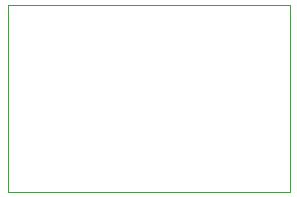
<source format=gbr>
%TF.GenerationSoftware,KiCad,Pcbnew,(6.0.5)*%
%TF.CreationDate,2022-08-18T11:16:52+02:00*%
%TF.ProjectId,IRWaterSensorPCB,49525761-7465-4725-9365-6e736f725043,rev?*%
%TF.SameCoordinates,Original*%
%TF.FileFunction,Profile,NP*%
%FSLAX46Y46*%
G04 Gerber Fmt 4.6, Leading zero omitted, Abs format (unit mm)*
G04 Created by KiCad (PCBNEW (6.0.5)) date 2022-08-18 11:16:52*
%MOMM*%
%LPD*%
G01*
G04 APERTURE LIST*
%TA.AperFunction,Profile*%
%ADD10C,0.100000*%
%TD*%
G04 APERTURE END LIST*
D10*
X124460000Y-84820000D02*
X148360000Y-84820000D01*
X148360000Y-84820000D02*
X148360000Y-100600000D01*
X148360000Y-100600000D02*
X124460000Y-100600000D01*
X124460000Y-100600000D02*
X124460000Y-84820000D01*
M02*

</source>
